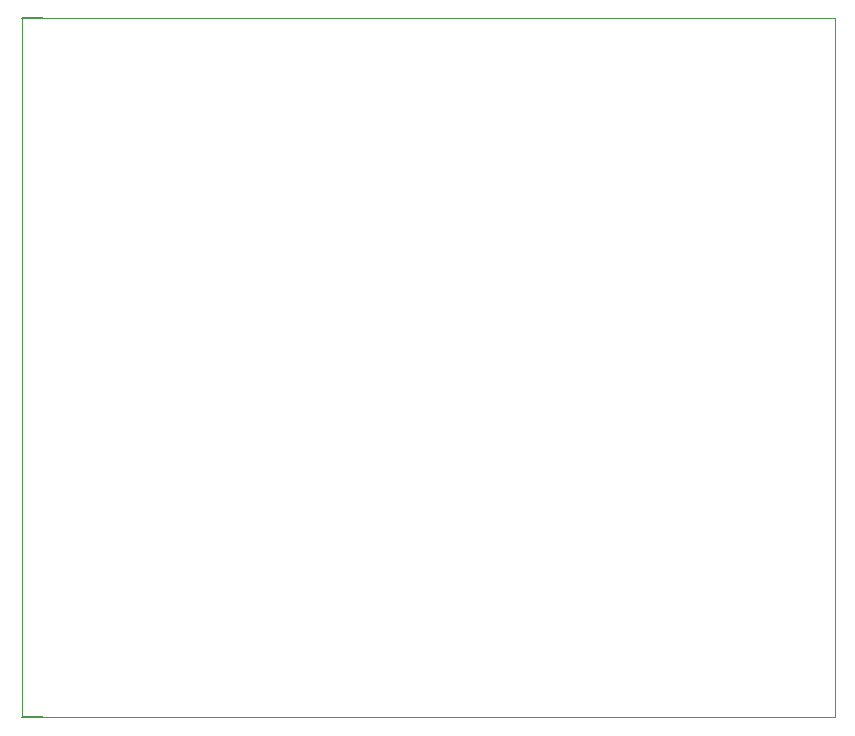
<source format=gbr>
G04 #@! TF.GenerationSoftware,KiCad,Pcbnew,(5.0.2)-1*
G04 #@! TF.CreationDate,2020-02-26T19:00:20+05:30*
G04 #@! TF.ProjectId,mosfet driver,6d6f7366-6574-4206-9472-697665722e6b,rev?*
G04 #@! TF.SameCoordinates,Original*
G04 #@! TF.FileFunction,Profile,NP*
%FSLAX46Y46*%
G04 Gerber Fmt 4.6, Leading zero omitted, Abs format (unit mm)*
G04 Created by KiCad (PCBNEW (5.0.2)-1) date 02/26/20 19:00:20*
%MOMM*%
%LPD*%
G01*
G04 APERTURE LIST*
%ADD10C,0.200000*%
%ADD11C,0.100000*%
G04 APERTURE END LIST*
D10*
X41910000Y-182372000D02*
X43688000Y-182372000D01*
X41910000Y-123190000D02*
X43688000Y-123190000D01*
D11*
X107696000Y-123190000D02*
X110744000Y-123190000D01*
X107696000Y-182372000D02*
X110744000Y-182372000D01*
X107696000Y-123190000D02*
X43688000Y-123190000D01*
X110744000Y-182372000D02*
X110744000Y-123190000D01*
X43688000Y-182372000D02*
X107696000Y-182372000D01*
X41910000Y-123190000D02*
X41910000Y-182372000D01*
M02*

</source>
